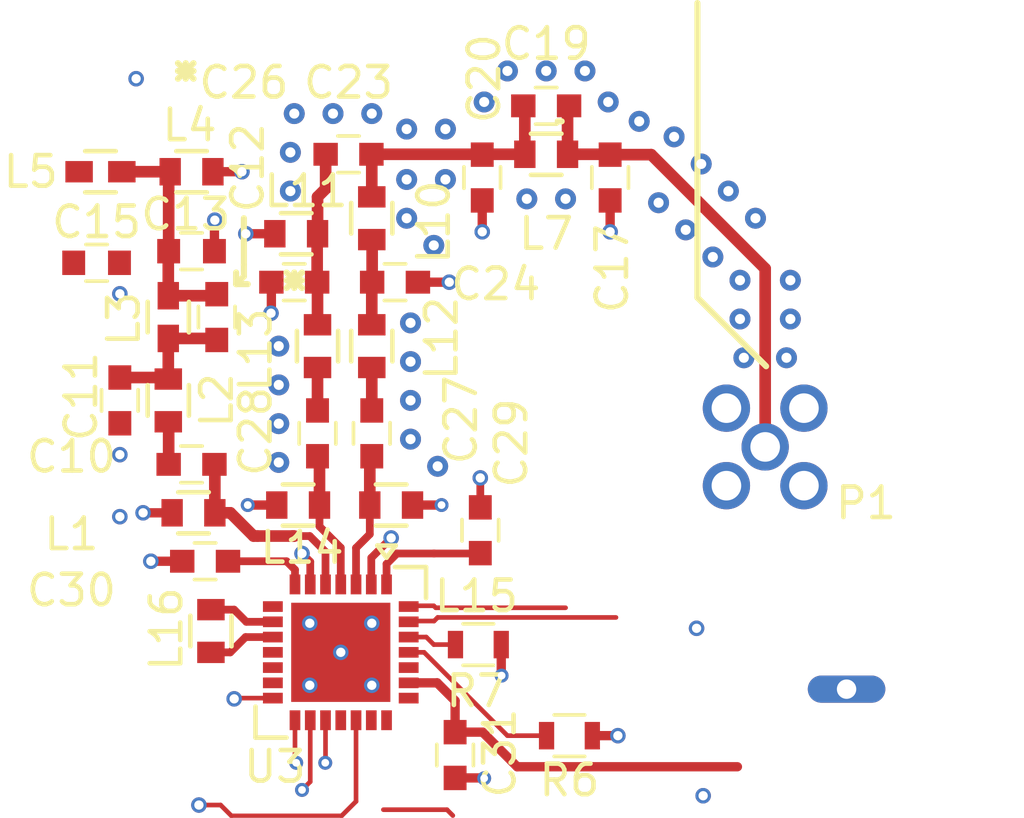
<source format=kicad_pcb>
(kicad_pcb (version 20211014) (generator pcbnew)
  (layers (0 "F.Cu" signal) (1 "In1.Cu" signal) (2 "In2.Cu" signal) (31 "B.Cu" signal) (34 "B.Paste" user) (35 "F.Paste" user) (36 "B.SilkS" user "B.Silkscreen") (37 "F.SilkS" user "F.Silkscreen") (38 "B.Mask" user) (39 "F.Mask" user) (44 "Edge.Cuts" user))
  (net 0 "")
  (footprint "amsat_misc:STITCH" (layer "F.Cu") (at 160.9725 77.9145)
    (fp_text reference "REF**" hide)
    (fp_text value "STITCH" hide)
    (pad "1" thru_hole circle locked (at 0 0) (size 0.6858 0.6858) (drill 0.3302) (layers "F.Cu" "In1.Cu" "In2.Cu" "B.Cu"))
  )
  (footprint "amsat_misc:STITCH" (layer "F.Cu") (at 162.3695 74.7395)
    (fp_text reference "REF**" hide)
    (fp_text value "STITCH" hide)
    (pad "1" thru_hole circle locked (at 0 0) (size 0.6858 0.6858) (drill 0.3302) (layers "F.Cu" "In1.Cu" "In2.Cu" "B.Cu"))
  )
  (footprint "amsat_misc:STITCH" (layer "F.Cu") (at 166.8145 83.1215)
    (fp_text reference "REF**" hide)
    (fp_text value "STITCH" hide)
    (pad "1" thru_hole circle locked (at 0 0) (size 0.6858 0.6858) (drill 0.3302) (layers "F.Cu" "In1.Cu" "In2.Cu" "B.Cu"))
  )
  (footprint "amsat_misc:STITCH" (layer "F.Cu") (at 151.5745 86.5505)
    (fp_text reference "REF**" hide)
    (fp_text value "STITCH" hide)
    (pad "1" thru_hole circle locked (at 0 0) (size 0.6858 0.6858) (drill 0.3302) (layers "F.Cu" "In1.Cu" "In2.Cu" "B.Cu"))
  )
  (footprint "Capacitors_SMD:C_0603" (layer "F.Cu") (at 154.6225 85.598 90)
    (fp_text reference "C27" (at 0.4445 2.921 90) (layer "F.SilkS"))
    (fp_text value "4p3")
    (fp_line (start -0.35 -0.6) (end 0.35 -0.6) (layer "F.SilkS") (width 0.12))
    (fp_line (start 0.35 0.6) (end -0.35 0.6) (layer "F.SilkS") (width 0.12))
    (pad "1" smd rect locked (at -0.75 0 90) (size 0.8 0.75) (layers "F.Cu" "F.Paste" "F.Mask"))
    (pad "2" smd rect locked (at 0.75 0 90) (size 0.8 0.75) (layers "F.Cu" "F.Paste" "F.Mask"))
  )
  (footprint "Capacitors_SMD:C_0603" (layer "F.Cu") (at 155.3845 80.645)
    (fp_text reference "C24" (at 3.302 0.0635) (layer "F.SilkS"))
    (fp_text value "11p")
    (fp_line (start 0.35 0.6) (end -0.35 0.6) (layer "F.SilkS") (width 0.12))
    (fp_line (start -0.35 -0.6) (end 0.35 -0.6) (layer "F.SilkS") (width 0.12))
    (pad "1" smd rect locked (at -0.75 0) (size 0.8 0.75) (layers "F.Cu" "F.Paste" "F.Mask"))
    (pad "2" smd rect locked (at 0.75 0) (size 0.8 0.75) (layers "F.Cu" "F.Paste" "F.Mask"))
  )
  (footprint "amsat_misc:STITCH" (layer "F.Cu") (at 164.5285 75.8825)
    (fp_text reference "REF**" hide)
    (fp_text value "STITCH" hide)
    (pad "1" thru_hole circle locked (at 0 0) (size 0.6858 0.6858) (drill 0.3302) (layers "F.Cu" "In1.Cu" "In2.Cu" "B.Cu"))
  )
  (footprint "amsat_misc:STITCH" (layer "F.Cu") (at 165.7985 79.8195)
    (fp_text reference "REF**" hide)
    (fp_text value "STITCH" hide)
    (pad "1" thru_hole circle locked (at 0 0) (size 0.6858 0.6858) (drill 0.3302) (layers "F.Cu" "In1.Cu" "In2.Cu" "B.Cu"))
  )
  (footprint "Capacitors_SMD:C_0603" (layer "F.Cu") (at 153.8605 76.454)
    (fp_text reference "C23" (at 0 -2.3495) (layer "F.SilkS"))
    (fp_text value "5p1")
    (fp_line (start -0.35 -0.6) (end 0.35 -0.6) (layer "F.SilkS") (width 0.12))
    (fp_line (start 0.35 0.6) (end -0.35 0.6) (layer "F.SilkS") (width 0.12))
    (pad "1" smd rect locked (at -0.75 0) (size 0.8 0.75) (layers "F.Cu" "F.Paste" "F.Mask"))
    (pad "2" smd rect locked (at 0.75 0) (size 0.8 0.75) (layers "F.Cu" "F.Paste" "F.Mask"))
  )
  (footprint "amsat_misc:STITCH" (layer "F.Cu") (at 156.7815 86.6775)
    (fp_text reference "REF**" hide)
    (fp_text value "STITCH" hide)
    (pad "1" thru_hole circle locked (at 0 0) (size 0.6858 0.6858) (drill 0.3302) (layers "F.Cu" "In1.Cu" "In2.Cu" "B.Cu"))
  )
  (footprint "amsat_misc:STITCH" (layer "F.Cu") (at 152.0825 75.1205)
    (fp_text reference "REF**" hide)
    (fp_text value "STITCH" hide)
    (pad "1" thru_hole circle locked (at 0 0) (size 0.6858 0.6858) (drill 0.3302) (layers "F.Cu" "In1.Cu" "In2.Cu" "B.Cu"))
  )
  (footprint "amsat_misc:STITCH" (layer "F.Cu") (at 154.6225 75.1205)
    (fp_text reference "REF**" hide)
    (fp_text value "STITCH" hide)
    (pad "1" thru_hole circle locked (at 0 0) (size 0.6858 0.6858) (drill 0.3302) (layers "F.Cu" "In1.Cu" "In2.Cu" "B.Cu"))
  )
  (footprint "amsat_misc:STITCH" (layer "F.Cu") (at 151.9555 76.3905)
    (fp_text reference "REF**" hide)
    (fp_text value "STITCH" hide)
    (pad "1" thru_hole circle locked (at 0 0) (size 0.6858 0.6858) (drill 0.3302) (layers "F.Cu" "In1.Cu" "In2.Cu" "B.Cu"))
  )
  (footprint "amsat_murata:L_0603" (layer "F.Cu") (at 147.955 81.788 90)
    (fp_text reference "L3" (at -0.0635 -1.4605 270) (layer "F.SilkS"))
    (fp_text value "4n7")
    (fp_line (start -0.5 -0.675) (end 0.5 -0.675) (layer "F.SilkS") (width 0.15))
    (fp_line (start 0.5 0.675) (end -0.5 0.675) (layer "F.SilkS") (width 0.15))
    (pad "1" smd rect locked (at -0.7 0 180) (size 0.7 0.9) (layers "F.Cu" "F.Paste" "F.Mask"))
    (pad "2" smd rect locked (at 0.7 0 180) (size 0.7 0.9) (layers "F.Cu" "F.Paste" "F.Mask"))
  )
  (footprint "amsat_misc:STITCH" (layer "F.Cu") (at 159.7025 77.9145)
    (fp_text reference "REF**" hide)
    (fp_text value "STITCH" hide)
    (pad "1" thru_hole circle locked (at 0 0) (size 0.6858 0.6858) (drill 0.3302) (layers "F.Cu" "In1.Cu" "In2.Cu" "B.Cu"))
  )
  (footprint "amsat_misc:STITCH" (layer "F.Cu") (at 166.6875 81.8515)
    (fp_text reference "REF**" hide)
    (fp_text value "STITCH" hide)
    (pad "1" thru_hole circle locked (at 0 0) (size 0.6858 0.6858) (drill 0.3302) (layers "F.Cu" "In1.Cu" "In2.Cu" "B.Cu"))
  )
  (footprint "amsat_murata:L_0603" (layer "F.Cu") (at 154.6225 78.5495 -90)
    (fp_text reference "L10" (at 0.127 -2.032 -90) (layer "F.SilkS"))
    (fp_text value "27n")
    (fp_line (start 0.5 0.675) (end -0.5 0.675) (layer "F.SilkS") (width 0.15))
    (fp_line (start -0.5 -0.675) (end 0.5 -0.675) (layer "F.SilkS") (width 0.15))
    (pad "1" smd rect locked (at -0.7 0 270) (size 0.7 0.9) (layers "F.Cu" "F.Paste" "F.Mask"))
    (pad "2" smd rect locked (at 0.7 0 270) (size 0.7 0.9) (layers "F.Cu" "F.Paste" "F.Mask"))
  )
  (footprint "amsat_murata:L_0603" (layer "F.Cu") (at 145.7325 77.0255 180)
    (fp_text reference "L5" (at 2.286 0 180) (layer "F.SilkS"))
    (fp_text value "1n2")
    (fp_line (start -0.5 -0.675) (end 0.5 -0.675) (layer "F.SilkS") (width 0.15))
    (fp_line (start 0.5 0.675) (end -0.5 0.675) (layer "F.SilkS") (width 0.15))
    (pad "1" smd rect locked (at -0.7 0 90) (size 0.7 0.9) (layers "F.Cu" "F.Paste" "F.Mask"))
    (pad "2" smd rect locked (at 0.7 0 90) (size 0.7 0.9) (layers "F.Cu" "F.Paste" "F.Mask"))
  )
  (footprint "amsat_misc:STITCH" (layer "F.Cu") (at 166.6875 80.5815)
    (fp_text reference "REF**" hide)
    (fp_text value "STITCH" hide)
    (pad "1" thru_hole circle locked (at 0 0) (size 0.6858 0.6858) (drill 0.3302) (layers "F.Cu" "In1.Cu" "In2.Cu" "B.Cu"))
  )
  (footprint "amsat_misc:STITCH" (layer "F.Cu") (at 157.0355 75.6285)
    (fp_text reference "REF**" hide)
    (fp_text value "STITCH" hide)
    (pad "1" thru_hole circle locked (at 0 0) (size 0.6858 0.6858) (drill 0.3302) (layers "F.Cu" "In1.Cu" "In2.Cu" "B.Cu"))
  )
  (footprint "amsat_misc:STITCH" (layer "F.Cu") (at 151.5745 85.2805)
    (fp_text reference "REF**" hide)
    (fp_text value "STITCH" hide)
    (pad "1" thru_hole circle locked (at 0 0) (size 0.6858 0.6858) (drill 0.3302) (layers "F.Cu" "In1.Cu" "In2.Cu" "B.Cu"))
  )
  (footprint "Capacitors_SMD:C_0603" (layer "F.Cu") (at 158.1785 88.773 90)
    (fp_text reference "C29" (at 2.8575 1.016 90) (layer "F.SilkS"))
    (fp_text value "10n")
    (fp_line (start 0.35 0.6) (end -0.35 0.6) (layer "F.SilkS") (width 0.12))
    (fp_line (start -0.35 -0.6) (end 0.35 -0.6) (layer "F.SilkS") (width 0.12))
    (pad "1" smd rect locked (at -0.75 0 90) (size 0.8 0.75) (layers "F.Cu" "F.Paste" "F.Mask"))
    (pad "2" smd rect locked (at 0.75 0 90) (size 0.8 0.75) (layers "F.Cu" "F.Paste" "F.Mask"))
  )
  (footprint "amsat_misc:STITCH" (layer "F.Cu") (at 151.5745 82.7405)
    (fp_text reference "REF**" hide)
    (fp_text value "STITCH" hide)
    (pad "1" thru_hole circle locked (at 0 0) (size 0.6858 0.6858) (drill 0.3302) (layers "F.Cu" "In1.Cu" "In2.Cu" "B.Cu"))
  )
  (footprint "amsat_misc:STITCH" (layer "F.Cu") (at 156.6545 79.4385)
    (fp_text reference "REF**" hide)
    (fp_text value "STITCH" hide)
    (pad "1" thru_hole circle locked (at 0 0) (size 0.6858 0.6858) (drill 0.3302) (layers "F.Cu" "In1.Cu" "In2.Cu" "B.Cu"))
  )
  (footprint "amsat_misc:STITCH" (layer "F.Cu") (at 155.7655 78.5495)
    (fp_text reference "REF**" hide)
    (fp_text value "STITCH" hide)
    (pad "1" thru_hole circle locked (at 0 0) (size 0.6858 0.6858) (drill 0.3302) (layers "F.Cu" "In1.Cu" "In2.Cu" "B.Cu"))
  )
  (footprint "amsat_misc:STITCH" (layer "F.Cu") (at 155.7655 75.6285)
    (fp_text reference "REF**" hide)
    (fp_text value "STITCH" hide)
    (pad "1" thru_hole circle locked (at 0 0) (size 0.6858 0.6858) (drill 0.3302) (layers "F.Cu" "In1.Cu" "In2.Cu" "B.Cu"))
  )
  (footprint "amsat_misc:STITCH" (layer "F.Cu") (at 161.6075 73.7235)
    (fp_text reference "REF**" hide)
    (fp_text value "STITCH" hide)
    (pad "1" thru_hole circle locked (at 0 0) (size 0.6858 0.6858) (drill 0.3302) (layers "F.Cu" "In1.Cu" "In2.Cu" "B.Cu"))
  )
  (footprint "amsat_misc:STITCH" (layer "F.Cu") (at 151.9555 77.6605)
    (fp_text reference "REF**" hide)
    (fp_text value "STITCH" hide)
    (pad "1" thru_hole circle locked (at 0 0) (size 0.6858 0.6858) (drill 0.3302) (layers "F.Cu" "In1.Cu" "In2.Cu" "B.Cu"))
  )
  (footprint "amsat_misc:STITCH" (layer "F.Cu") (at 166.3065 77.6605)
    (fp_text reference "REF**" hide)
    (fp_text value "STITCH" hide)
    (pad "1" thru_hole circle locked (at 0 0) (size 0.6858 0.6858) (drill 0.3302) (layers "F.Cu" "In1.Cu" "In2.Cu" "B.Cu"))
  )
  (footprint "amsat_misc:STITCH" (layer "F.Cu") (at 151.5745 84.0105)
    (fp_text reference "REF**" hide)
    (fp_text value "STITCH" hide)
    (pad "1" thru_hole circle locked (at 0 0) (size 0.6858 0.6858) (drill 0.3302) (layers "F.Cu" "In1.Cu" "In2.Cu" "B.Cu"))
  )
  (footprint "Capacitors_SMD:C_0603" (layer "F.Cu") (at 146.3675 84.5185 90)
    (fp_text reference "C11" (at 0.127 -1.27 90) (layer "F.SilkS"))
    (fp_text value "5p6")
    (fp_line (start -0.35 -0.6) (end 0.35 -0.6) (layer "F.SilkS") (width 0.12))
    (fp_line (start 0.35 0.6) (end -0.35 0.6) (layer "F.SilkS") (width 0.12))
    (pad "1" smd rect locked (at -0.75 0 90) (size 0.8 0.75) (layers "F.Cu" "F.Paste" "F.Mask"))
    (pad "2" smd rect locked (at 0.75 0 90) (size 0.8 0.75) (layers "F.Cu" "F.Paste" "F.Mask"))
  )
  (footprint "amsat_murata:L_0603" (layer "F.Cu") (at 160.3375 76.454 180)
    (fp_text reference "L7" (at 0 -2.6035 180) (layer "F.SilkS"))
    (fp_text value "0R")
    (fp_line (start 0.5 0.675) (end -0.5 0.675) (layer "F.SilkS") (width 0.15))
    (fp_line (start -0.5 -0.675) (end 0.5 -0.675) (layer "F.SilkS") (width 0.15))
    (pad "1" smd rect locked (at -0.7 0 180) (size 0.7 0.9) (layers "F.Cu" "F.Paste" "F.Mask"))
    (pad "2" smd rect locked (at 0.7 0 180) (size 0.7 0.9) (layers "F.Cu" "F.Paste" "F.Mask"))
  )
  (footprint "amsat_murata:L_0603" (layer "F.Cu") (at 152.146 79.0575 180)
    (fp_text reference "L11" (at -0.3175 1.397 180) (layer "F.SilkS"))
    (fp_text value "27n")
    (fp_line (start -0.5 -0.675) (end 0.5 -0.675) (layer "F.SilkS") (width 0.15))
    (fp_line (start 0.5 0.675) (end -0.5 0.675) (layer "F.SilkS") (width 0.15))
    (pad "1" smd rect locked (at -0.7 0 180) (size 0.7 0.9) (layers "F.Cu" "F.Paste" "F.Mask"))
    (pad "2" smd rect locked (at 0.7 0 180) (size 0.7 0.9) (layers "F.Cu" "F.Paste" "F.Mask"))
  )
  (footprint "amsat_murata:L_0603" (layer "F.Cu") (at 149.352 92.075 -90)
    (fp_text reference "L16" (at -0.0635 1.4605 -90) (layer "F.SilkS"))
    (fp_text value "0R")
    (fp_line (start -0.5 -0.675) (end 0.5 -0.675) (layer "F.SilkS") (width 0.15))
    (fp_line (start 0.5 0.675) (end -0.5 0.675) (layer "F.SilkS") (width 0.15))
    (pad "1" smd rect locked (at -0.7 0 270) (size 0.7 0.9) (layers "F.Cu" "F.Paste" "F.Mask"))
    (pad "2" smd rect locked (at 0.7 0 270) (size 0.7 0.9) (layers "F.Cu" "F.Paste" "F.Mask"))
  )
  (footprint "amsat_onsemi:QFN28" (layer "F.Cu") (at 153.6065 92.7735 -90)
    (fp_text reference "U3" (at 3.7465 2.159) (layer "F.SilkS"))
    (fp_text value "AX5043" hide)
    (fp_line (start 2.794 2.794) (end 2.794 1.778) (layer "F.SilkS") (width 0.15))
    (fp_line (start -3.5 -1.2) (end -3.5 -1.8) (layer "F.SilkS") (width 0.15))
    (fp_line (start -3.1 -1.5) (end -3.5 -1.2) (layer "F.SilkS") (width 0.15))
    (fp_line (start -2.794 -2.794) (end -1.778 -2.794) (layer "F.SilkS") (width 0.15))
    (fp_line (start -2.794 -1.778) (end -2.794 -2.794) (layer "F.SilkS") (width 0.15))
    (fp_line (start -3.5 -1.8) (end -3.1 -1.5) (layer "F.SilkS") (width 0.15))
    (fp_line (start 1.778 2.794) (end 2.794 2.794) (layer "F.SilkS") (width 0.15))
    (pad "0" smd rect locked (at 0 0 270) (size 3.25 3.25) (layers "F.Cu" "F.Mask"))
    (pad "1" smd rect locked (at -2.225 -1.5 270) (size 0.65 0.35) (layers "F.Cu" "F.Paste" "F.Mask"))
    (pad "2" smd rect locked (at -2.225 -1 270) (size 0.65 0.35) (layers "F.Cu" "F.Paste" "F.Mask"))
    (pad "3" smd rect locked (at -2.225 -0.5 270) (size 0.65 0.35) (layers "F.Cu" "F.Paste" "F.Mask"))
    (pad "4" smd rect locked (at -2.225 0 270) (size 0.65 0.35) (layers "F.Cu" "F.Paste" "F.Mask"))
    (pad "5" smd rect locked (at -2.225 0.5 270) (size 0.65 0.35) (layers "F.Cu" "F.Paste" "F.Mask"))
    (pad "6" smd rect locked (at -2.225 1 270) (size 0.65 0.35) (layers "F.Cu" "F.Paste" "F.Mask"))
    (pad "7" smd rect locked (at -2.225 1.5 270) (size 0.65 0.35) (layers "F.Cu" "F.Paste" "F.Mask"))
    (pad "8" smd rect locked (at -1.5 2.225 270) (size 0.35 0.65) (layers "F.Cu" "F.Paste" "F.Mask"))
    (pad "9" smd rect locked (at -1 2.225 270) (size 0.35 0.65) (layers "F.Cu" "F.Paste" "F.Mask"))
    (pad "10" smd rect locked (at -0.5 2.225 270) (size 0.35 0.65) (layers "F.Cu" "F.Paste" "F.Mask"))
    (pad "11" smd rect locked (at 0 2.225 270) (size 0.35 0.65) (layers "F.Cu" "F.Paste" "F.Mask"))
    (pad "12" smd rect locked (at 0.5 2.225 270) (size 0.35 0.65) (layers "F.Cu" "F.Paste" "F.Mask"))
    (pad "13" smd rect locked (at 1 2.225 270) (size 0.35 0.65) (layers "F.Cu" "F.Paste" "F.Mask"))
    (pad "14" smd rect locked (at 1.5 2.225 270) (size 0.35 0.65) (layers "F.Cu" "F.Paste" "F.Mask"))
    (pad "15" smd rect locked (at 2.225 1.5 270) (size 0.65 0.35) (layers "F.Cu" "F.Paste" "F.Mask"))
    (pad "16" smd rect locked (at 2.225 1 270) (size 0.65 0.35) (layers "F.Cu" "F.Paste" "F.Mask"))
    (pad "17" smd rect locked (at 2.225 0.5 270) (size 0.65 0.35) (layers "F.Cu" "F.Paste" "F.Mask"))
    (pad "18" smd rect locked (at 2.225 0 270) (size 0.65 0.35) (layers "F.Cu" "F.Paste" "F.Mask"))
    (pad "19" smd rect locked (at 2.225 -0.5 270) (size 0.65 0.35) (layers "F.Cu" "F.Paste" "F.Mask"))
    (pad "20" smd rect locked (at 2.225 -1 270) (size 0.65 0.35) (layers "F.Cu" "F.Paste" "F.Mask"))
    (pad "21" smd rect locked (at 2.225 -1.5 270) (size 0.65 0.35) (layers "F.Cu" "F.Paste" "F.Mask"))
    (pad "22" smd rect locked (at 1.5 -2.225 270) (size 0.35 0.65) (layers "F.Cu" "F.Paste" "F.Mask"))
    (pad "23" smd rect locked (at 1 -2.225 270) (size 0.35 0.65) (layers "F.Cu" "F.Paste" "F.Mask"))
    (pad "24" smd rect locked (at 0.5 -2.225 270) (size 0.35 0.65) (layers "F.Cu" "F.Paste" "F.Mask"))
    (pad "25" smd rect locked (at 0 -2.225 270) (size 0.35 0.65) (layers "F.Cu" "F.Paste" "F.Mask"))
    (pad "26" smd rect locked (at -0.5 -2.225 270) (size 0.35 0.65) (layers "F.Cu" "F.Paste" "F.Mask"))
    (pad "27" smd rect locked (at -1 -2.225 270) (size 0.35 0.65) (layers "F.Cu" "F.Paste" "F.Mask"))
    (pad "28" smd rect locked (at -1.5 -2.225 270) (size 0.35 0.65) (layers "F.Cu" "F.Paste" "F.Mask"))
  )
  (footprint "amsat_misc:STITCH" (layer "F.Cu") (at 167.1955 78.5495)
    (fp_text reference "REF**" hide)
    (fp_text value "STITCH" hide)
    (pad "1" thru_hole circle locked (at 0 0) (size 0.6858 0.6858) (drill 0.3302) (layers "F.Cu" "In1.Cu" "In2.Cu" "B.Cu"))
  )
  (footprint "amsat_misc:STITCH" (layer "F.Cu") (at 155.8925 81.9785)
    (fp_text reference "REF**" hide)
    (fp_text value "STITCH" hide)
    (pad "1" thru_hole circle locked (at 0 0) (size 0.6858 0.6858) (drill 0.3302) (layers "F.Cu" "In1.Cu" "In2.Cu" "B.Cu"))
  )
  (footprint "Capacitors_SMD:C_0603" (layer "F.Cu") (at 158.242 77.216 -90)
    (fp_text reference "C20" (at -3.2385 -0.0635 -90) (layer "F.SilkS"))
    (fp_text value "NS")
    (fp_line (start 0.35 0.6) (end -0.35 0.6) (layer "F.SilkS") (width 0.12))
    (fp_line (start -0.35 -0.6) (end 0.35 -0.6) (layer "F.SilkS") (width 0.12))
    (pad "1" smd rect locked (at -0.75 0 270) (size 0.8 0.75) (layers "F.Cu" "F.Paste" "F.Mask"))
    (pad "2" smd rect locked (at 0.75 0 270) (size 0.8 0.75) (layers "F.Cu" "F.Paste" "F.Mask"))
  )
  (footprint "amsat_murata:L_0603" (layer "F.Cu") (at 154.6225 82.7405 -90)
    (fp_text reference "L12" (at -0.254 -2.286 -90) (layer "F.SilkS"))
    (fp_text value "43n")
    (fp_line (start 0.5 0.675) (end -0.5 0.675) (layer "F.SilkS") (width 0.15))
    (fp_line (start -0.5 -0.675) (end 0.5 -0.675) (layer "F.SilkS") (width 0.15))
    (pad "1" smd rect locked (at -0.7 0 270) (size 0.7 0.9) (layers "F.Cu" "F.Paste" "F.Mask"))
    (pad "2" smd rect locked (at 0.7 0 270) (size 0.7 0.9) (layers "F.Cu" "F.Paste" "F.Mask"))
  )
  (footprint "amsat_misc:STITCH" (layer "F.Cu") (at 165.4175 76.7715)
    (fp_text reference "REF**" hide)
    (fp_text value "STITCH" hide)
    (pad "1" thru_hole circle locked (at 0 0) (size 0.6858 0.6858) (drill 0.3302) (layers "F.Cu" "In1.Cu" "In2.Cu" "B.Cu"))
  )
  (footprint "amsat_misc:STITCH" (layer "F.Cu") (at 155.8925 85.7885)
    (fp_text reference "REF**" hide)
    (fp_text value "STITCH" hide)
    (pad "1" thru_hole circle locked (at 0 0) (size 0.6858 0.6858) (drill 0.3302) (layers "F.Cu" "In1.Cu" "In2.Cu" "B.Cu"))
  )
  (footprint "amsat_murata:L_0603" (layer "F.Cu") (at 147.955 84.5185 90)
    (fp_text reference "L2" (at 0 1.5875 90) (layer "F.SilkS"))
    (fp_text value "43n")
    (fp_line (start 0.5 0.675) (end -0.5 0.675) (layer "F.SilkS") (width 0.15))
    (fp_line (start -0.5 -0.675) (end 0.5 -0.675) (layer "F.SilkS") (width 0.15))
    (pad "1" smd rect locked (at -0.7 0 90) (size 0.7 0.9) (layers "F.Cu" "F.Paste" "F.Mask"))
    (pad "2" smd rect locked (at 0.7 0 90) (size 0.7 0.9) (layers "F.Cu" "F.Paste" "F.Mask"))
  )
  (footprint "amsat_misc:STITCH" (layer "F.Cu") (at 160.3375 73.7235)
    (fp_text reference "REF**" hide)
    (fp_text value "STITCH" hide)
    (pad "1" thru_hole circle locked (at 0 0) (size 0.6858 0.6858) (drill 0.3302) (layers "F.Cu" "In1.Cu" "In2.Cu" "B.Cu"))
  )
  (footprint "Capacitors_SMD:C_0603" (layer "F.Cu") (at 160.3375 74.8665)
    (fp_text reference "C19" (at 0 -2.032) (layer "F.SilkS"))
    (fp_text value "NS")
    (fp_line (start 0.35 0.6) (end -0.35 0.6) (layer "F.SilkS") (width 0.12))
    (fp_line (start -0.35 -0.6) (end 0.35 -0.6) (layer "F.SilkS") (width 0.12))
    (pad "1" smd rect locked (at -0.75 0) (size 0.8 0.75) (layers "F.Cu" "F.Paste" "F.Mask"))
    (pad "2" smd rect locked (at 0.75 0) (size 0.8 0.75) (layers "F.Cu" "F.Paste" "F.Mask"))
  )
  (footprint "amsat_misc:STITCH" (layer "F.Cu") (at 157.0355 77.2795)
    (fp_text reference "REF**" hide)
    (fp_text value "STITCH" hide)
    (pad "1" thru_hole circle locked (at 0 0) (size 0.6858 0.6858) (drill 0.3302) (layers "F.Cu" "In1.Cu" "In2.Cu" "B.Cu"))
  )
  (footprint "amsat_misc:STITCH" (layer "F.Cu") (at 168.2115 83.1215)
    (fp_text reference "REF**" hide)
    (fp_text value "STITCH" hide)
    (pad "1" thru_hole circle locked (at 0 0) (size 0.6858 0.6858) (drill 0.3302) (layers "F.Cu" "In1.Cu" "In2.Cu" "B.Cu"))
  )
  (footprint "amsat_murata:L_0603" (layer "F.Cu") (at 148.717 77.0255 180)
    (fp_text reference "L4" (at 0.0635 1.524) (layer "F.SilkS"))
    (fp_text value "18n")
    (fp_line (start -0.5 -0.675) (end 0.5 -0.675) (layer "F.SilkS") (width 0.15))
    (fp_line (start 0.5 0.675) (end -0.5 0.675) (layer "F.SilkS") (width 0.15))
    (pad "1" smd rect locked (at -0.7 0) (size 0.7 0.9) (layers "F.Cu" "F.Paste" "F.Mask"))
    (pad "2" smd rect locked (at 0.7 0) (size 0.7 0.9) (layers "F.Cu" "F.Paste" "F.Mask"))
  )
  (footprint "amsat_misc:MMCX" (layer "F.Cu") (at 167.513 86.0425)
    (fp_text reference "P1" (at 3.302 1.8415) (layer "F.SilkS"))
    (fp_text value "SMA")
    (pad "1" thru_hole circle locked (at 0 0) (size 1.55 1.55) (drill 0.97) (layers *.Mask "F.Cu" "In1.Cu" "In2.Cu" "B.Cu"))
    (pad "2" thru_hole circle locked (at 1.27 -1.27) (size 1.55 1.55) (drill 0.97) (layers *.Mask "F.Cu" "In1.Cu" "In2.Cu" "B.Cu"))
    (pad "3" thru_hole circle locked (at 1.27 1.27) (size 1.55 1.55) (drill 0.97) (layers *.Mask "F.Cu" "In1.Cu" "In2.Cu" "B.Cu"))
    (pad "4" thru_hole circle locked (at -1.27 1.27) (size 1.55 1.55) (drill 0.97) (layers *.Mask "F.Cu" "In1.Cu" "In2.Cu" "B.Cu"))
    (pad "5" thru_hole circle locked (at -1.27 -1.27) (size 1.55 1.55) (drill 0.97) (layers *.Mask "F.Cu" "In1.Cu" "In2.Cu" "B.Cu"))
  )
  (footprint "Capacitors_SMD:C_0603" (layer "F.Cu") (at 157.353 96.139 -90)
    (fp_text reference "C31" (at -0.0635 -1.4605 -90) (layer "F.SilkS"))
    (fp_text value "10n")
    (fp_line (start 0.35 0.6) (end -0.35 0.6) (layer "F.SilkS") (width 0.12))
    (fp_line (start -0.35 -0.6) (end 0.35 -0.6) (layer "F.SilkS") (width 0.12))
    (pad "1" smd rect locked (at -0.75 0 270) (size 0.8 0.75) (layers "F.Cu" "F.Paste" "F.Mask"))
    (pad "2" smd rect locked (at 0.75 0 270) (size 0.8 0.75) (layers "F.Cu" "F.Paste" "F.Mask"))
  )
  (footprint "Resistors_SMD:R_0603" (layer "F.Cu") (at 158.115 92.5195)
    (fp_text reference "R7" (at -0.0635 1.524) (layer "F.SilkS"))
    (fp_text value "0R")
    (fp_line (start 0.5 0.68) (end -0.5 0.68) (layer "F.SilkS") (width 0.12))
    (fp_line (start -0.5 -0.68) (end 0.5 -0.68) (layer "F.SilkS") (width 0.12))
    (pad "1" smd rect locked (at -0.75 0) (size 0.5 0.9) (layers "F.Cu" "F.Paste" "F.Mask"))
    (pad "2" smd rect locked (at 0.75 0) (size 0.5 0.9) (layers "F.Cu" "F.Paste" "F.Mask"))
  )
  (footprint "amsat_murata:L_0603" (layer "F.Cu") (at 148.7805 88.2015)
    (fp_text reference "L1" (at -4.0005 0.6985) (layer "F.SilkS"))
    (fp_text value "100n")
    (fp_line (start -0.5 -0.675) (end 0.5 -0.675) (layer "F.SilkS") (width 0.15))
    (fp_line (start 0.5 0.675) (end -0.5 0.675) (layer "F.SilkS") (width 0.15))
    (pad "1" smd rect locked (at -0.7 0) (size 0.7 0.9) (layers "F.Cu" "F.Paste" "F.Mask"))
    (pad "2" smd rect locked (at 0.7 0) (size 0.7 0.9) (layers "F.Cu" "F.Paste" "F.Mask"))
  )
  (footprint "amsat_misc:STITCH" (layer "F.Cu") (at 164.9095 78.9305)
    (fp_text reference "REF**" hide)
    (fp_text value "STITCH" hide)
    (pad "1" thru_hole circle locked (at 0 0) (size 0.6858 0.6858) (drill 0.3302) (layers "F.Cu" "In1.Cu" "In2.Cu" "B.Cu"))
  )
  (footprint "Capacitors_SMD:C_0603" (layer "F.Cu") (at 152.8445 85.598 90)
    (fp_text reference "C28" (at 0.0635 -2.032 90) (layer "F.SilkS"))
    (fp_text value "4p3")
    (fp_line (start 0.35 0.6) (end -0.35 0.6) (layer "F.SilkS") (width 0.12))
    (fp_line (start -0.35 -0.6) (end 0.35 -0.6) (layer "F.SilkS") (width 0.12))
    (pad "1" smd rect locked (at -0.75 0 90) (size 0.8 0.75) (layers "F.Cu" "F.Paste" "F.Mask"))
    (pad "2" smd rect locked (at 0.75 0 90) (size 0.8 0.75) (layers "F.Cu" "F.Paste" "F.Mask"))
  )
  (footprint "amsat_murata:L_0603" (layer "F.Cu") (at 152.2095 87.9475 180)
    (fp_text reference "L14" (at -0.127 -1.397 180) (layer "F.SilkS"))
    (fp_text value "100n")
    (fp_line (start -0.5 -0.675) (end 0.5 -0.675) (layer "F.SilkS") (width 0.15))
    (fp_line (start 0.5 0.675) (end -0.5 0.675) (layer "F.SilkS") (width 0.15))
    (pad "1" smd rect locked (at -0.7 0 180) (size 0.7 0.9) (layers "F.Cu" "F.Paste" "F.Mask"))
    (pad "2" smd rect locked (at 0.7 0 180) (size 0.7 0.9) (layers "F.Cu" "F.Paste" "F.Mask"))
  )
  (footprint "Capacitors_SMD:C_0603" (layer "F.Cu") (at 148.717 79.629)
    (fp_text reference "C13" (at -0.1905 -1.2065) (layer "F.SilkS"))
    (fp_text value "NS")
    (fp_line (start 0.35 0.6) (end -0.35 0.6) (layer "F.SilkS") (width 0.12))
    (fp_line (start -0.35 -0.6) (end 0.35 -0.6) (layer "F.SilkS") (width 0.12))
    (pad "1" smd rect locked (at -0.75 0 270) (size 0.8 0.75) (layers "F.Cu" "F.Paste" "F.Mask"))
    (pad "2" smd rect locked (at 0.75 0 270) (size 0.8 0.75) (layers "F.Cu" "F.Paste" "F.Mask"))
  )
  (footprint "Resistors_SMD:R_0603" (layer "F.Cu") (at 161.0995 95.504)
    (fp_text reference "R6" (at 0 1.4605) (layer "F.SilkS"))
    (fp_text value "0R")
    (fp_line (start 0.5 0.68) (end -0.5 0.68) (layer "F.SilkS") (width 0.12))
    (fp_line (start -0.5 -0.68) (end 0.5 -0.68) (layer "F.SilkS") (width 0.12))
    (pad "1" smd rect locked (at -0.75 0) (size 0.5 0.9) (layers "F.Cu" "F.Paste" "F.Mask"))
    (pad "2" smd rect locked (at 0.75 0) (size 0.5 0.9) (layers "F.Cu" "F.Paste" "F.Mask"))
  )
  (footprint "amsat_misc:STITCH" (layer "F.Cu") (at 153.3525 75.1205)
    (fp_text reference "REF**" hide)
    (fp_text value "STITCH" hide)
    (pad "1" thru_hole circle locked (at 0 0) (size 0.6858 0.6858) (drill 0.3302) (layers "F.Cu" "In1.Cu" "In2.Cu" "B.Cu"))
  )
  (footprint "Capacitors_SMD:C_0603" (layer "F.Cu") (at 162.433 77.216 -90)
    (fp_text reference "C17" (at 2.9845 -0.0635 -90) (layer "F.SilkS"))
    (fp_text value "NS")
    (fp_line (start 0.35 0.6) (end -0.35 0.6) (layer "F.SilkS") (width 0.12))
    (fp_line (start -0.35 -0.6) (end 0.35 -0.6) (layer "F.SilkS") (width 0.12))
    (pad "1" smd rect locked (at -0.75 0 270) (size 0.8 0.75) (layers "F.Cu" "F.Paste" "F.Mask"))
    (pad "2" smd rect locked (at 0.75 0 270) (size 0.8 0.75) (layers "F.Cu" "F.Paste" "F.Mask"))
  )
  (footprint "Capacitors_SMD:C_0603" (layer "F.Cu") (at 148.717 86.614 180)
    (fp_text reference "C10" (at 3.937 0.254 180) (layer "F.SilkS"))
    (fp_text value "4p3")
    (fp_line (start -0.35 -0.6) (end 0.35 -0.6) (layer "F.SilkS") (width 0.12))
    (fp_line (start 0.35 0.6) (end -0.35 0.6) (layer "F.SilkS") (width 0.12))
    (pad "1" smd rect locked (at -0.75 0 180) (size 0.8 0.75) (layers "F.Cu" "F.Paste" "F.Mask"))
    (pad "2" smd rect locked (at 0.75 0 180) (size 0.8 0.75) (layers "F.Cu" "F.Paste" "F.Mask"))
  )
  (footprint "amsat_misc:STITCH" (layer "F.Cu") (at 168.3385 81.8515)
    (fp_text reference "REF**" hide)
    (fp_text value "STITCH" hide)
    (pad "1" thru_hole circle locked (at 0 0) (size 0.6858 0.6858) (drill 0.3302) (layers "F.Cu" "In1.Cu" "In2.Cu" "B.Cu"))
  )
  (footprint "amsat_misc:STITCH" (layer "F.Cu") (at 155.8925 84.5185)
    (fp_text reference "REF**" hide)
    (fp_text value "STITCH" hide)
    (pad "1" thru_hole circle locked (at 0 0) (size 0.6858 0.6858) (drill 0.3302) (layers "F.Cu" "In1.Cu" "In2.Cu" "B.Cu"))
  )
  (footprint "Capacitors_SMD:C_0603" (layer "F.Cu") (at 149.5425 81.788 90)
    (fp_text reference "C12" (at 4.8895 1.016 270) (layer "F.SilkS"))
    (fp_text value "4p3")
    (fp_line (start 0.35 0.6) (end -0.35 0.6) (layer "F.SilkS") (width 0.12))
    (fp_line (start -0.35 -0.6) (end 0.35 -0.6) (layer "F.SilkS") (width 0.12))
    (pad "1" smd rect locked (at -0.75 0 270) (size 0.8 0.75) (layers "F.Cu" "F.Paste" "F.Mask"))
    (pad "2" smd rect locked (at 0.75 0 270) (size 0.8 0.75) (layers "F.Cu" "F.Paste" "F.Mask"))
  )
  (footprint "Capacitors_SMD:C_0603" (layer "F.Cu") (at 152.0825 80.645 180)
    (fp_text reference "C26" (at 1.651 6.5405 180) (layer "F.SilkS"))
    (fp_text value "5p6")
    (fp_line (start -0.35 -0.6) (end 0.35 -0.6) (layer "F.SilkS") (width 0.12))
    (fp_line (start 0.35 0.6) (end -0.35 0.6) (layer "F.SilkS") (width 0.12))
    (pad "1" smd rect locked (at -0.75 0 180) (size 0.8 0.75) (layers "F.Cu" "F.Paste" "F.Mask"))
    (pad "2" smd rect locked (at 0.75 0 180) (size 0.8 0.75) (layers "F.Cu" "F.Paste" "F.Mask"))
  )
  (footprint "amsat_misc:STITCH" (layer "F.Cu") (at 163.3855 75.3745)
    (fp_text reference "REF**" hide)
    (fp_text value "STITCH" hide)
    (pad "1" thru_hole circle locked (at 0 0) (size 0.6858 0.6858) (drill 0.3302) (layers "F.Cu" "In1.Cu" "In2.Cu" "B.Cu"))
  )
  (footprint "amsat_murata:L_0603" (layer "F.Cu") (at 152.8445 82.7405 -90)
    (fp_text reference "L13" (at 0.127 2.032 -90) (layer "F.SilkS"))
    (fp_text value "43n")
    (fp_line (start -0.5 -0.675) (end 0.5 -0.675) (layer "F.SilkS") (width 0.15))
    (fp_line (start 0.5 0.675) (end -0.5 0.675) (layer "F.SilkS") (width 0.15))
    (pad "1" smd rect locked (at -0.7 0 270) (size 0.7 0.9) (layers "F.Cu" "F.Paste" "F.Mask"))
    (pad "2" smd rect locked (at 0.7 0 270) (size 0.7 0.9) (layers "F.Cu" "F.Paste" "F.Mask"))
  )
  (footprint "amsat_misc:STITCH" (layer "F.Cu") (at 164.0205 78.0415)
    (fp_text reference "REF**" hide)
    (fp_text value "STITCH" hide)
    (pad "1" thru_hole circle locked (at 0 0) (size 0.6858 0.6858) (drill 0.3302) (layers "F.Cu" "In1.Cu" "In2.Cu" "B.Cu"))
  )
  (footprint "amsat_misc:STITCH" (layer "F.Cu") (at 155.7655 77.2795)
    (fp_text reference "REF**" hide)
    (fp_text value "STITCH" hide)
    (pad "1" thru_hole circle locked (at 0 0) (size 0.6858 0.6858) (drill 0.3302) (layers "F.Cu" "In1.Cu" "In2.Cu" "B.Cu"))
  )
  (footprint "amsat_murata:L_0603" (layer "F.Cu") (at 155.2575 87.9475)
    (fp_text reference "L15" (at 2.794 2.9845) (layer "F.SilkS"))
    (fp_text value "100n")
    (fp_line (start 0.5 0.675) (end -0.5 0.675) (layer "F.SilkS") (width 0.15))
    (fp_line (start -0.5 -0.675) (end 0.5 -0.675) (layer "F.SilkS") (width 0.15))
    (pad "1" smd rect locked (at -0.7 0) (size 0.7 0.9) (layers "F.Cu" "F.Paste" "F.Mask"))
    (pad "2" smd rect locked (at 0.7 0) (size 0.7 0.9) (layers "F.Cu" "F.Paste" "F.Mask"))
  )
  (footprint "amsat_misc:STITCH" (layer "F.Cu") (at 168.3385 80.5815)
    (fp_text reference "REF**" hide)
    (fp_text value "STITCH" hide)
    (pad "1" thru_hole circle locked (at 0 0) (size 0.6858 0.6858) (drill 0.3302) (layers "F.Cu" "In1.Cu" "In2.Cu" "B.Cu"))
  )
  (footprint "Capacitors_SMD:C_0603" (layer "F.Cu") (at 149.1615 89.789 180)
    (fp_text reference "C30" (at 4.3815 -0.9525 180) (layer "F.SilkS"))
    (fp_text value "10n")
    (fp_line (start 0.35 0.6) (end -0.35 0.6) (layer "F.SilkS") (width 0.12))
    (fp_line (start -0.35 -0.6) (end 0.35 -0.6) (layer "F.SilkS") (width 0.12))
    (pad "1" smd rect locked (at -0.75 0 180) (size 0.8 0.75) (layers "F.Cu" "F.Paste" "F.Mask"))
    (pad "2" smd rect locked (at 0.75 0 180) (size 0.8 0.75) (layers "F.Cu" "F.Paste" "F.Mask"))
  )
  (footprint "amsat_misc:STITCH" (layer "F.Cu") (at 159.0675 73.7235)
    (fp_text reference "REF**" hide)
    (fp_text value "STITCH" hide)
    (pad "1" thru_hole circle locked (at 0 0) (size 0.6858 0.6858) (drill 0.3302) (layers "F.Cu" "In1.Cu" "In2.Cu" "B.Cu"))
  )
  (footprint "amsat_misc:STITCH" (layer "F.Cu") (at 155.8925 83.2485)
    (fp_text reference "REF**" hide)
    (fp_text value "STITCH" hide)
    (pad "1" thru_hole circle locked (at 0 0) (size 0.6858 0.6858) (drill 0.3302) (layers "F.Cu" "In1.Cu" "In2.Cu" "B.Cu"))
  )
  (footprint "amsat_misc:STITCH" (layer "F.Cu") (at 158.3055 74.7395)
    (fp_text reference "REF**" hide)
    (fp_text value "STITCH" hide)
    (pad "1" thru_hole circle locked (at 0 0) (size 0.6858 0.6858) (drill 0.3302) (layers "F.Cu" "In1.Cu" "In2.Cu" "B.Cu"))
  )
  (footprint "amsat_misc:RF_SHIELD_PAD" (layer "F.Cu") (at 170.18 93.98)
    (fp_text reference "SH8" hide)
    (fp_text value "RF_SHIELD_PAD")
    (pad "1" thru_hole oval locked (at 0 0) (size 2.54 0.889) (drill 0.635) (layers *.Mask "F.Cu" "In1.Cu" "In2.Cu" "B.Cu"))
  )
  (footprint "Capacitors_SMD:C_0603" (layer "F.Cu") (at 145.6055 80.01)
    (fp_text reference "C15" (at 0 -1.3335) (layer "F.SilkS"))
    (fp_text value "100p")
    (fp_line (start 0.35 0.6) (end -0.35 0.6) (layer "F.SilkS") (width 0.12))
    (fp_line (start -0.35 -0.6) (end 0.35 -0.6) (layer "F.SilkS") (width 0.12))
    (pad "1" smd rect locked (at -0.75 0 270) (size 0.8 0.75) (layers "F.Cu" "F.Paste" "F.Mask"))
    (pad "2" smd rect locked (at 0.75 0 270) (size 0.8 0.75) (layers "F.Cu" "F.Paste" "F.Mask"))
  )
  (gr_line (start 151.8285 80.5815) (end 152.3365 80.5815) (layer "F.SilkS") (width 0.2))
  (gr_line (start 150.4315 80.0735) (end 150.4315 80.4545) (layer "F.SilkS") (width 0.2))
  (gr_line (start 150.4315 80.4545) (end 150.1775 80.7085) (layer "F.SilkS") (width 0.2))
  (gr_line (start 167.5435 83.3985) (end 165.2935 81.1485) (layer "F.SilkS") (width 0.2))
  (gr_line (start 152.0825 80.5815) (end 151.8285 80.3275) (layer "F.SilkS") (width 0.2))
  (gr_line (start 150.4315 78.5495) (end 150.4315 80.0735) (layer "F.SilkS") (width 0.2))
  (gr_line (start 165.2935 81.1485) (end 165.2935 71.4985) (layer "F.SilkS") (width 0.2))
  (gr_line (start 152.0825 80.5815) (end 152.3365 80.8355) (layer "F.SilkS") (width 0.2))
  (gr_line (start 152.0825 80.5815) (end 151.8285 80.8355) (layer "F.SilkS") (width 0.2))
  (gr_line (start 148.2725 73.4695) (end 148.7805 73.9775) (layer "F.SilkS") (width 0.2))
  (gr_line (start 152.0825 80.8355) (end 152.0825 80.3275) (layer "F.SilkS") (width 0.2))
  (gr_line (start 148.5265 73.4695) (end 148.5265 73.9775) (layer "F.SilkS") (width 0.2))
  (gr_line (start 150.1775 80.7085) (end 150.1775 80.3275) (layer "F.SilkS") (width 0.2))
  (gr_line (start 152.0825 80.5815) (end 152.3365 80.3275) (layer "F.SilkS") (width 0.2))
  (gr_line (start 160.7185 75.3745) (end 160.8455 75.3745) (layer "F.SilkS") (width 0.2))
  (gr_line (start 148.2725 73.7235) (end 148.7805 73.7235) (layer "F.SilkS") (width 0.2))
  (gr_line (start 148.2725 73.9775) (end 148.7805 73.4695) (layer "F.SilkS") (width 0.2))
  (gr_line (start 150.1775 80.7085) (end 150.5585 80.7085) (layer "F.SilkS") (width 0.2))
  (segment (start 153.6065 89.3445) (end 152.9095 88.6475) (width 0.254) (layer "F.Cu") (net 0))
  (segment (start 149.4805 86.6275) (end 149.467 86.614) (width 0.381) (layer "F.Cu") (net 0))
  (segment (start 149.467 78.625) (end 149.479 78.613) (width 0.3048) (layer "F.Cu") (net 0))
  (segment (start 161.8495 95.504) (end 162.687 95.504) (width 0.3048) (layer "F.Cu") (net 0))
  (segment (start 147.967 86.614) (end 147.967 85.2305) (width 0.381) (layer "F.Cu") (net 0))
  (segment (start 149.467 79.629) (end 149.467 78.625) (width 0.3048) (layer "F.Cu") (net 0))
  (segment (start 157.0863 97.9297) (end 157.2775 98.1209) (width 0.1524) (layer "F.Cu") (net 0))
  (segment (start 158.23 76.454) (end 158.242 76.466) (width 0.381) (layer "F.Cu") (net 0))
  (segment (start 154.1065 90.5485) (end 154.1065 89.3525) (width 0.254) (layer "F.Cu") (net 0))
  (segment (start 147.967 77.0755) (end 148.017 77.0255) (width 0.381) (layer "F.Cu") (net 0))
  (segment (start 150.0251 98.1329) (end 149.6695 97.7773) (width 0.1524) (layer "F.Cu") (net 0))
  (segment (start 150.749 88.9635) (end 150.876 88.9635) (width 0.381) (layer "F.Cu") (net 0))
  (segment (start 162.6235 91.6305) (end 156.7815 91.6305) (width 0.1524) (layer "F.Cu") (net 0))
  (segment (start 153.6319 98.1329) (end 150.0251 98.1329) (width 0.1524) (layer "F.Cu") (net 0))
  (segment (start 155.9575 87.9475) (end 156.9085 87.9475) (width 0.3048) (layer "F.Cu") (net 0))
  (segment (start 150.114 94.2975) (end 150.138 94.2735) (width 0.1524) (layer "F.Cu") (net 0))
  (segment (start 147.955 82.488) (end 149.4925 82.488) (width 0.381) (layer "F.Cu") (net 0))
  (segment (start 149.987 88.2015) (end 150.749 88.9635) (width 0.381) (layer "F.Cu") (net 0))
  (segment (start 147.905 83.7685) (end 147.955 83.8185) (width 0.381) (layer "F.Cu") (net 0))
  (segment (start 154.1065 94.9985) (end 154.1065 97.6583) (width 0.1524) (layer "F.Cu") (net 0))
  (segment (start 155.8315 92.7735) (end 156.337 92.7735) (width 0.1524) (layer "F.Cu") (net 0))
  (segment (start 156.7815 91.6305) (end 156.6639 91.7481) (width 0.1524) (layer "F.Cu") (net 0))
  (segment (start 151.5095 87.9475) (end 150.5585 87.9475) (width 0.3048) (layer "F.Cu") (net 0))
  (segment (start 156.4085 92.2735) (end 156.6545 92.5195) (width 0.1524) (layer "F.Cu") (net 0))
  (segment (start 158.254 76.454) (end 158.242 76.466) (width 0.381) (layer "F.Cu") (net 0))
  (segment (start 147.967 79.629) (end 147.967 77.0755) (width 0.381) (layer "F.Cu") (net 0))
  (segment (start 159.6375 76.454) (end 159.6375 74.9165) (width 0.381) (layer "F.Cu") (net 0))
  (segment (start 163.7785 76.466) (end 167.513 80.2005) (width 0.381) (layer "F.Cu") (net 0))
  (segment (start 147.955 79.641) (end 147.967 79.629) (width 0.381) (layer "F.Cu") (net 0))
  (segment (start 154.1065 89.3525) (end 154.5575 88.9015) (width 0.254) (layer "F.Cu") (net 0))
  (segment (start 149.6695 97.7773) (end 148.9583 97.7773) (width 0.1524) (layer "F.Cu") (net 0))
  (segment (start 154.6345 80.645) (end 154.6345 79.2615) (width 0.381) (layer "F.Cu") (net 0))
  (segment (start 150.1125 91.375) (end 150.511 91.7735) (width 0.254) (layer "F.Cu") (net 0))
  (segment (start 155.0035 97.9297) (end 157.0863 97.9297) (width 0.1524) (layer "F.Cu") (net 0))
  (segment (start 146.3675 83.7685) (end 147.905 83.7685) (width 0.381) (layer "F.Cu") (net 0))
  (segment (start 156.718 91.313) (end 156.6531 91.2481) (width 0.1524) (layer "F.Cu") (net 0))
  (segment (start 152.8325 79.071) (end 152.846 79.0575) (width 0.381) (layer "F.Cu") (net 0))
  (segment (start 154.6225 80.657) (end 154.6345 80.645) (width 0.381) (layer "F.Cu") (net 0))
  (segment (start 157.353 95.389) (end 157.353 94.361) (width 0.3048) (layer "F.Cu") (net 0))
  (segment (start 152.6065 90.5485) (end 152.6065 89.805) (width 0.254) (layer "F.Cu") (net 0))
  (segment (start 157.353 94.361) (end 156.7655 93.7735) (width 0.3048) (layer "F.Cu") (net 0))
  (segment (start 149.4805 88.2015) (end 149.987 88.2015) (width 0.381) (layer "F.Cu") (net 0))
  (segment (start 161.0375 74.9165) (end 161.0875 74.8665) (width 0.381) (layer "F.Cu") (net 0))
  (segment (start 152.9095 86.413) (end 152.8445 86.348) (width 0.381) (layer "F.Cu") (net 0))
  (segment (start 150.511 91.7735) (end 151.3815 91.7735) (width 0.254) (layer "F.Cu") (net 0))
  (segment (start 147.955 83.8185) (end 147.955 82.488) (width 0.381) (layer "F.Cu") (net 0))
  (segment (start 162.433 76.466) (end 163.7785 76.466) (width 0.381) (layer "F.Cu") (net 0))
  (segment (start 152.846 77.8495) (end 153.1105 77.585) (width 0.381) (layer "F.Cu") (net 0))
  (segment (start 155.448 89.535) (end 155.1065 89.8765) (width 0.254) (layer "F.Cu") (net 0))
  (segment (start 154.6065 89.678) (end 155.2575 89.027) (width 0.254) (layer "F.Cu") (net 0))
  (segment (start 159.0675 95.504) (end 160.3495 95.504) (width 0.1524) (layer "F.Cu") (net 0))
  (segment (start 152.8325 80.645) (end 152.8325 79.071) (width 0.381) (layer "F.Cu") (net 0))
  (segment (start 157.353 96.889) (end 158.2935 96.889) (width 0.3048) (layer "F.Cu") (net 0))
  (segment (start 162.421 76.454) (end 162.433 76.466) (width 0.381) (layer "F.Cu") (net 0))
  (segment (start 148.4115 89.789) (end 147.3835 89.789) (width 0.3048) (layer "F.Cu") (net 0))
  (segment (start 150.138 94.2735) (end 151.3815 94.2735) (width 0.1524) (layer "F.Cu") (net 0))
  (segment (start 149.9855 92.775) (end 150.487 92.2735) (width 0.254) (layer "F.Cu") (net 0))
  (segment (start 154.5575 87.9475) (end 154.5575 86.413) (width 0.381) (layer "F.Cu") (net 0))
  (segment (start 153.0985 96.393) (end 153.1065 96.385) (width 0.1524) (layer "F.Cu") (net 0))
  (segment (start 160.9725 91.313) (end 156.718 91.313) (width 0.1524) (layer "F.Cu") (net 0))
  (segment (start 152.5905 88.9635) (end 152.0825 88.9635) (width 0.254) (layer "F.Cu") (net 0))
  (segment (start 152.8445 82.0405) (end 152.8445 80.657) (width 0.381) (layer "F.Cu") (net 0))
  (segment (start 155.8315 92.2735) (end 156.4085 92.2735) (width 0.1524) (layer "F.Cu") (net 0))
  (segment (start 156.6545 89.535) (end 158.1665 89.535) (width 0.254) (layer "F.Cu") (net 0))
  (segment (start 149.352 91.375) (end 150.1125 91.375) (width 0.254) (layer "F.Cu") (net 0))
  (segment (start 158.242 77.966) (end 158.242 78.994) (width 0.3048) (layer "F.Cu") (net 0))
  (segment (start 154.6065 90.5485) (end 154.6065 89.678) (width 0.254) (layer "F.Cu") (net 0))
  (segment (start 152.9095 88.6475) (end 152.9095 88.011) (width 0.254) (layer "F.Cu") (net 0))
  (segment (start 152.9095 87.9475) (end 152.9095 86.413) (width 0.381) (layer "F.Cu") (net 0))
  (segment (start 150.876 88.9635) (end 152.0825 88.9635) (width 0.381) (layer "F.Cu") (net 0))
  (segment (start 158.2935 96.889) (end 158.3055 96.901) (width 0.3048) (layer "F.Cu") (net 0))
  (segment (start 153.1065 89.4795) (end 152.5905 88.9635) (width 0.254) (layer "F.Cu") (net 0))
  (segment (start 156.6531 91.2481) (end 155.8696 91.2481) (width 0.1524) (layer "F.Cu") (net 0))
  (segment (start 161.0375 76.454) (end 161.0375 74.9165) (width 0.381) (layer "F.Cu") (net 0))
  (segment (start 152.8445 80.657) (end 152.8325 80.645) (width 0.381) (layer "F.Cu") (net 0))
  (segment (start 159.3875 96.5225) (end 158.254 95.389) (width 0.3048) (layer "F.Cu") (net 0))
  (segment (start 158.254 95.389) (end 157.353 95.389) (width 0.3048) (layer "F.Cu") (net 0))
  (segment (start 149.417 77.0255) (end 150.368 77.0255) (width 0.3048) (layer "F.Cu") (net 0))
  (segment (start 156.1345 80.645) (end 157.1625 80.645) (width 0.3048) (layer "F.Cu") (net 0))
  (segment (start 159.6375 74.9165) (end 159.5875 74.8665) (width 0.381) (layer "F.Cu") (net 0))
  (segment (start 155.1065 89.8765) (end 155.1065 90.5485) (width 0.254) (layer "F.Cu") (net 0))
  (segment (start 153.1065 96.385) (end 153.1065 94.9985) (width 0.1524) (layer "F.Cu") (net 0))
  (segment (start 151.446 79.0575) (end 150.495 79.0575) (width 0.3048) (layer "F.Cu") (net 0))
  (segment (start 154.6225 83.4405) (end 154.6225 84.848) (width 0.381) (layer "F.Cu") (net 0))
  (segment (start 147.955 81.088) (end 149.4925 81.088) (width 0.381) (layer "F.Cu") (net 0))
  (segment (start 149.4805 88.2015) (end 149.4805 86.6275) (width 0.381) (layer "F.Cu") (net 0))
  (segment (start 152.3365 97.282) (end 152.6065 97.012) (width 0.1524) (layer "F.Cu") (net 0))
  (segment (start 156.6665 89.535) (end 155.448 89.535) (width 0.254) (layer "F.Cu") (net 0))
  (segment (start 153.1065 90.5485) (end 153.1065 89.4795) (width 0.254) (layer "F.Cu") (net 0))
  (segment (start 151.3325 80.645) (end 151.3325 81.649) (width 0.3048) (layer "F.Cu") (net 0))
  (segment (start 151.3325 81.649) (end 151.3205 81.661) (width 0.3048) (layer "F.Cu") (net 0))
  (segment (start 167.513 80.2005) (end 167.513 86.0425) (width 0.381) (layer "F.Cu") (net 0))
  (segment (start 158.865 93.5235) (end 158.877 93.5355) (width 0.3048) (layer "F.Cu") (net 0))
  (segment (start 147.955 81.088) (end 147.955 79.641) (width 0.381) (layer "F.Cu") (net 0))
  (segment (start 148.017 77.0255) (end 146.4325 77.0255) (width 0.381) (layer "F.Cu") (net 0))
  (segment (start 149.352 92.775) (end 149.9855 92.775) (width 0.254) (layer "F.Cu") (net 0))
  (segment (start 151.8285 89.789) (end 152.1065 90.067) (width 0.254) (layer "F.Cu") (net 0))
  (segment (start 152.846 79.0575) (end 152.846 77.8495) (width 0.381) (layer "F.Cu") (net 0))
  (segment (start 154.6225 82.0405) (end 154.6225 80.657) (width 0.381) (layer "F.Cu") (net 0))
  (segment (start 156.6639 91.7481) (end 155.8696 91.7481) (width 0.1524) (layer "F.Cu") (net 0))
  (segment (start 158.865 92.5195) (end 158.865 93.5235) (width 0.3048) (layer "F.Cu") (net 0))
  (segment (start 154.559 88.0095) (end 154.5575 88.011) (width 0.381) (layer "F.Cu") (net 0))
  (segment (start 166.6035 96.5225) (end 159.3875 96.5225) (width 0.3048) (layer "F.Cu") (net 0))
  (segment (start 156.337 92.7735) (end 159.0675 95.504) (width 0.1524) (layer "F.Cu") (net 0))
  (segment (start 154.5575 88.9015) (end 154.5575 88.011) (width 0.254) (layer "F.Cu") (net 0))
  (segment (start 150.0385 89.789) (end 151.8285 89.789) (width 0.254) (layer "F.Cu") (net 0))
  (segment (start 147.967 85.2305) (end 147.955 85.2185) (width 0.381) (layer "F.Cu") (net 0))
  (segment (start 162.433 77.966) (end 162.433 78.994) (width 0.3048) (layer "F.Cu") (net 0))
  (segment (start 156.6545 92.5195) (end 157.365 92.5195) (width 0.1524) (layer "F.Cu") (net 0))
  (segment (start 154.6345 79.2615) (end 154.6225 79.2495) (width 0.381) (layer "F.Cu") (net 0))
  (segment (start 156.7655 93.7735) (end 155.8315 93.7735) (width 0.3048) (layer "F.Cu") (net 0))
  (segment (start 149.4925 81.088) (end 149.5425 81.038) (width 0.381) (layer "F.Cu") (net 0))
  (segment (start 150.487 92.2735) (end 151.3815 92.2735) (width 0.254) (layer "F.Cu") (net 0))
  (segment (start 152.6065 97.012) (end 152.6065 94.9985) (width 0.1524) (layer "F.Cu") (net 0))
  (segment (start 152.1065 90.067) (end 152.1065 90.5485) (width 0.254) (layer "F.Cu") (net 0))
  (segment (start 152.8445 84.848) (end 152.8445 83.4405) (width 0.381) (layer "F.Cu") (net 0))
  (segment (start 159.6375 76.454) (end 158.254 76.454) (width 0.381) (layer "F.Cu") (net 0))
  (segment (start 161.0375 76.454) (end 162.421 76.454) (width 0.381) (layer "F.Cu") (net 0))
  (segment (start 154.5575 86.413) (end 154.6225 86.348) (width 0.381) (layer "F.Cu") (net 0))
  (segment (start 152.1065 94.9985) (end 152.1065 96.3535) (width 0.1524) (layer "F.Cu") (net 0))
  (segment (start 149.4925 82.488) (end 149.5425 82.538) (width 0.381) (layer "F.Cu") (net 0))
  (segment (start 158.1785 88.023) (end 158.1785 87.0585) (width 0.254) (layer "F.Cu") (net 0))
  (segment (start 152.146 96.393) (end 152.1065 96.3535) (width 0.1524) (layer "F.Cu") (net 0))
  (segment (start 154.6105 76.454) (end 158.23 76.454) (width 0.381) (layer "F.Cu") (net 0))
  (segment (start 158.1665 89.535) (end 158.1785 89.523) (width 0.254) (layer "F.Cu") (net 0))
  (segment (start 152.0825 88.9635) (end 152.019 88.9635) (width 0.381) (layer "F.Cu") (net 0))
  (segment (start 154.6225 76.466) (end 154.6105 76.454) (width 0.381) (layer "F.Cu") (net 0))
  (segment (start 154.1065 97.6583) (end 153.6319 98.1329) (width 0.1524) (layer "F.Cu") (net 0))
  (segment (start 153.6065 90.5485) (end 153.6065 89.3445) (width 0.254) (layer "F.Cu") (net 0))
  (segment (start 165.2905 92.0115) (end 165.2651 91.9861) (width 0.1524) (layer "F.Cu") (net 0))
  (segment (start 153.1105 77.585) (end 153.1105 76.454) (width 0.381) (layer "F.Cu") (net 0))
  (segment (start 154.6225 77.8495) (end 154.6225 76.466) (width 0.381) (layer "F.Cu") (net 0))
  (segment (start 152.6065 89.805) (end 152.3365 89.535) (width 0.254) (layer "F.Cu") (net 0))
  (segment (start 148.0805 88.2015) (end 147.1295 88.2015) (width 0.3048) (layer "F.Cu") (net 0))
  (via (at 158.1785 87.0585) (size 0.508) (drill 0.3048) (layers "F.Cu" "B.Cu") (net 0))
  (via (at 154.6225 91.821) (size 0.508) (drill 0.3048) (layers "F.Cu" "B.Cu") (net 0))
  (via (at 157.1625 80.645) (size 0.508) (drill 0.3048) (layers "F.Cu" "B.Cu") (net 0))
  (via (at 150.5585 87.9475) (size 0.4572) (drill 0.254) (layers "F.Cu" "B.Cu") (net 0))
  (via (at 158.3055 96.901) (size 0.4572) (drill 0.254) (layers "F.Cu" "B.Cu") (net 0))
  (via (at 147.1295 88.2015) (size 0.508) (drill 0.3048) (layers "F.Cu" "B.Cu") (net 0))
  (via (at 154.6225 93.853) (size 0.508) (drill 0.3048) (layers "F.Cu" "B.Cu") (net 0))
  (via (at 152.5905 93.853) (size 0.508) (drill 0.3048) (layers "F.Cu" "B.Cu") (net 0))
  (via (at 158.877 93.5355) (size 0.4572) (drill 0.254) (layers "F.Cu" "B.Cu") (net 0))
  (via (at 150.495 79.0575) (size 0.508) (drill 0.3048) (layers "F.Cu" "B.Cu") (net 0))
  (via (at 146.9009 73.9775) (size 0.508) (drill 0.3048) (layers "F.Cu" "B.Cu") (net 0))
  (via (at 165.2651 91.9861) (size 0.508) (drill 0.3048) (layers "F.Cu" "B.Cu") (net 0))
  (via (at 149.479 78.613) (size 0.508) (drill 0.3048) (layers "F.Cu" "B.Cu") (net 0))
  (via (at 152.146 96.393) (size 0.4572) (drill 0.254) (layers "F.Cu" "B.Cu") (net 0))
  (via (at 165.481 97.4725) (size 0.508) (drill 0.3048) (layers "F.Cu" "B.Cu") (net 0))
  (via (at 156.9085 87.9475) (size 0.4572) (drill 0.254) (layers "F.Cu" "B.Cu") (net 0))
  (via (at 152.3365 97.282) (size 0.4572) (drill 0.254) (layers "F.Cu" "B.Cu") (net 0))
  (via (at 153.0985 96.393) (size 0.4572) (drill 0.254) (layers "F.Cu" "B.Cu") (net 0))
  (via (at 150.368 77.0255) (size 0.508) (drill 0.3048) (layers "F.Cu" "B.Cu") (net 0))
  (via (at 152.3365 89.535) (size 0.508) (drill 0.3048) (layers "F.Cu" "B.Cu") (net 0))
  (via (at 153.6065 92.7735) (size 0.508) (drill 0.3048) (layers "F.Cu" "B.Cu") (net 0))
  (via (at 146.3675 86.2965) (size 0.508) (drill 0.3048) (layers "F.Cu" "B.Cu") (net 0))
  (via (at 146.3675 81.026) (size 0.508) (drill 0.3048) (layers "F.Cu" "B.Cu") (net 0))
  (via (at 158.242 78.994) (size 0.508) (drill 0.3048) (layers "F.Cu" "B.Cu") (net 0))
  (via (at 152.5905 91.821) (size 0.508) (drill 0.3048) (layers "F.Cu" "B.Cu") (net 0))
  (via (at 155.2575 89.027) (size 0.508) (drill 0.3048) (layers "F.Cu" "B.Cu") (net 0))
  (via (at 162.687 95.504) (size 0.508) (drill 0.3048) (layers "F.Cu" "B.Cu") (net 0))
  (via (at 151.3205 81.661) (size 0.508) (drill 0.3048) (layers "F.Cu" "B.Cu") (net 0))
  (via (at 150.114 94.2975) (size 0.508) (drill 0.3048) (layers "F.Cu" "B.Cu") (net 0))
  (via (at 147.3835 89.789) (size 0.508) (drill 0.3048) (layers "F.Cu" "B.Cu") (net 0))
  (via (at 162.433 78.994) (size 0.508) (drill 0.3048) (layers "F.Cu" "B.Cu") (net 0))
  (via (at 148.9583 97.7773) (size 0.508) (drill 0.3048) (layers "F.Cu" "B.Cu") (net 0))
  (via (at 146.3675 88.3285) (size 0.508) (drill 0.3048) (layers "F.Cu" "B.Cu") (net 0))
)
</source>
